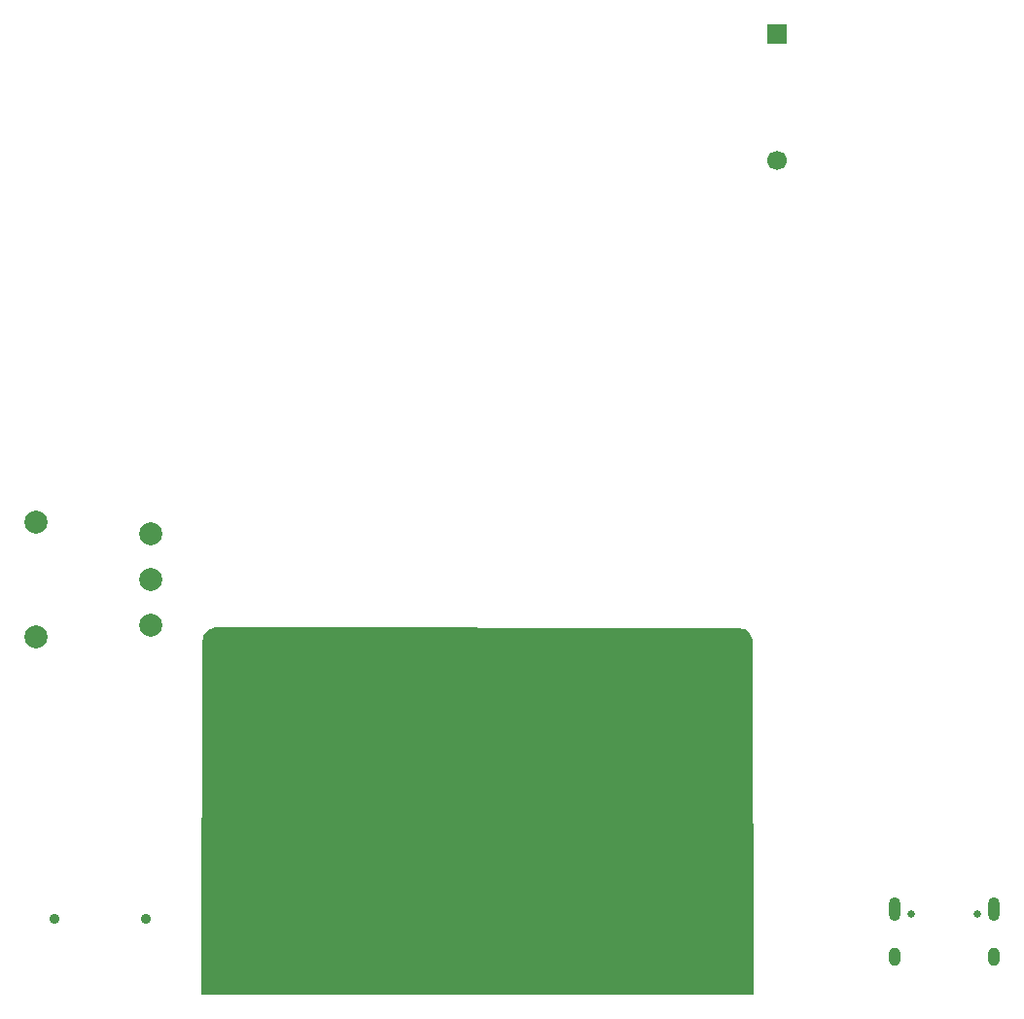
<source format=gts>
%TF.GenerationSoftware,KiCad,Pcbnew,7.0.7*%
%TF.CreationDate,2023-11-02T23:48:11+00:00*%
%TF.ProjectId,mod-badge-inercia,6d6f642d-6261-4646-9765-2d696e657263,rev?*%
%TF.SameCoordinates,Original*%
%TF.FileFunction,Soldermask,Top*%
%TF.FilePolarity,Negative*%
%FSLAX46Y46*%
G04 Gerber Fmt 4.6, Leading zero omitted, Abs format (unit mm)*
G04 Created by KiCad (PCBNEW 7.0.7) date 2023-11-02 23:48:11*
%MOMM*%
%LPD*%
G01*
G04 APERTURE LIST*
%ADD10C,0.100000*%
%ADD11C,0.900000*%
%ADD12R,1.700000X1.700000*%
%ADD13C,1.700000*%
%ADD14C,2.000000*%
%ADD15C,0.650000*%
%ADD16O,1.000000X1.600000*%
%ADD17O,1.000000X2.100000*%
G04 APERTURE END LIST*
D10*
X66522600Y-62128400D02*
X67208400Y-62280800D01*
X67437000Y-62458600D01*
X67818000Y-63144400D01*
X67818000Y-63982600D01*
X67868800Y-94030800D01*
X19888200Y-94030800D01*
X19913600Y-63627000D01*
X20066000Y-62865000D01*
X20447000Y-62357000D01*
X21031200Y-62077600D01*
X21666200Y-62077600D01*
X66522600Y-62128400D01*
G36*
X66522600Y-62128400D02*
G01*
X67208400Y-62280800D01*
X67437000Y-62458600D01*
X67818000Y-63144400D01*
X67818000Y-63982600D01*
X67868800Y-94030800D01*
X19888200Y-94030800D01*
X19913600Y-63627000D01*
X20066000Y-62865000D01*
X20447000Y-62357000D01*
X21031200Y-62077600D01*
X21666200Y-62077600D01*
X66522600Y-62128400D01*
G37*
D11*
%TO.C,J2*%
X7068400Y-87498890D03*
X15068400Y-87498890D03*
%TD*%
D12*
%TO.C,BT1*%
X69993000Y-10443200D03*
D13*
X69993000Y-21443200D03*
%TD*%
D14*
%TO.C,RV1*%
X5452000Y-52910200D03*
X5452000Y-62910200D03*
X15452000Y-53910200D03*
X15452000Y-57910200D03*
X15452000Y-61910200D03*
%TD*%
D15*
%TO.C,J1*%
X87410400Y-87084400D03*
X81630400Y-87084400D03*
D16*
X88840400Y-90764400D03*
D17*
X88840400Y-86584400D03*
D16*
X80200400Y-90764400D03*
D17*
X80200400Y-86584400D03*
%TD*%
M02*

</source>
